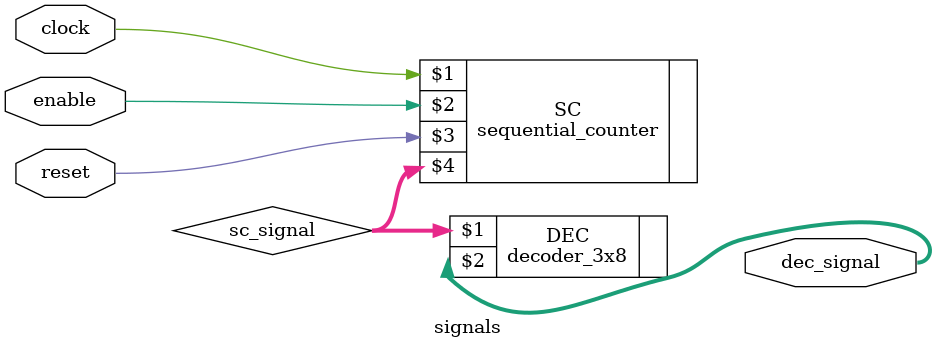
<source format=v>
`timescale 1ns / 1ps 

module signals(reset, clock, enable,dec_signal);
	
	input reset;
	input clock;
	input enable;
	output [7:0] dec_signal;
    wire [3:0] sc_signal;
	 
	sequential_counter SC (clock, enable, reset, sc_signal);	
	decoder_3x8 DEC (sc_signal, dec_signal);

endmodule
</source>
